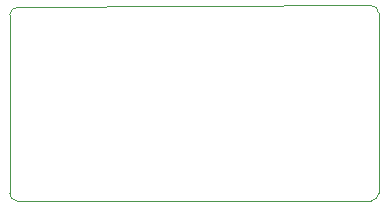
<source format=gbr>
%TF.GenerationSoftware,KiCad,Pcbnew,(5.1.9)-1*%
%TF.CreationDate,2021-01-21T13:21:27-05:00*%
%TF.ProjectId,LNA2,4c4e4132-2e6b-4696-9361-645f70636258,rev?*%
%TF.SameCoordinates,Original*%
%TF.FileFunction,Profile,NP*%
%FSLAX46Y46*%
G04 Gerber Fmt 4.6, Leading zero omitted, Abs format (unit mm)*
G04 Created by KiCad (PCBNEW (5.1.9)-1) date 2021-01-21 13:21:27*
%MOMM*%
%LPD*%
G01*
G04 APERTURE LIST*
%TA.AperFunction,Profile*%
%ADD10C,0.050000*%
%TD*%
G04 APERTURE END LIST*
D10*
X118872000Y-70459600D02*
X88925400Y-70612000D01*
X119507000Y-86360000D02*
X119507000Y-71094600D01*
X88900000Y-86995000D02*
X118872000Y-86995000D01*
X88290400Y-71247000D02*
X88265000Y-86360000D01*
X88290400Y-71247000D02*
G75*
G02*
X88925400Y-70612000I635000J0D01*
G01*
X88900000Y-86995000D02*
G75*
G02*
X88265000Y-86360000I0J635000D01*
G01*
X119507000Y-86360000D02*
G75*
G02*
X118872000Y-86995000I-635000J0D01*
G01*
X118872000Y-70459600D02*
G75*
G02*
X119507000Y-71094600I0J-635000D01*
G01*
M02*

</source>
